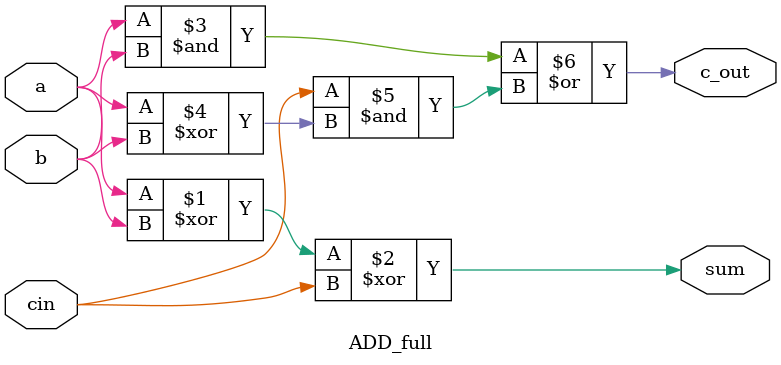
<source format=v>
module CSA_8bit (
    a,b,cin,sum,cout,clk,rst
);
input [7:0] a,b;
output reg [7:0] sum;
input cin;
input clk,rst;
output reg cout;

wire [7:0]c1,c2;

wire [7:0]s1,s2;

ADD_full add1(c1[0],s1[0],a[0],b[0],cin);//first bit of sum and carry
ADD_full add2(c1[1],s1[1],a[1],b[1],1'b0); // 2nd carry
ADD_full add3(c1[2],s1[2],a[2],b[2],1'b0);  // 3rd carry
ADD_full add4(c1[3],s1[3],a[3],b[3],1'b0);  // 4th carry
ADD_full add5(c1[4],s1[4],a[4],b[4],1'b0);  // 5th carry
ADD_full add6(c1[5],s1[5],a[5],b[5],1'b0);  // 6th carry
ADD_full add7(c1[6],s1[6],a[6],b[6],1'b0);  // 7th carry
ADD_full add8(c1[7],s1[7],a[7],b[7],1'b0);  // 8th carry

ADD_full add9(c2[0],s2[1],s1[1],c1[0],1'b0); // 2nd sum
ADD_full add10(c2[1],s2[2],s1[2],c1[1],c2[0]); // 3rd sum
ADD_full add11(c2[2],s2[3],s1[3],c1[2],c2[1]); // 4th sum
ADD_full add12(c2[3],s2[4],s1[4],c1[3],c2[2]); // 5th sum
ADD_full add13(c2[4],s2[5],s1[5],c1[4],c2[3]); // 6th sum
ADD_full add14(c2[5],s2[6],s1[6],c1[5],c2[4]); // 7th sum
ADD_full add15(c2[6],s2[7],s1[7],c1[6],c2[5]); // 8th sum

assign s2[0]=s1[0];

always @(posedge clk or negedge rst) begin
    if (~rst) begin
        sum<=8'b0;
        cout<=1'b0;
    end
    else begin
        sum<=s2;
        cout<=c2[6];
end
end
endmodule //CSA_8bit





module ADD_full(output c_out,sum, input a,b,cin);
// wire w1, w2, w3;

assign sum=a^b^cin;

assign c_out=(a&b)|(cin&(a^b));
   
endmodule
</source>
